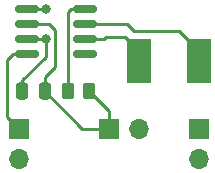
<source format=gbr>
%TF.GenerationSoftware,KiCad,Pcbnew,(6.0.5-0)*%
%TF.CreationDate,2022-10-30T23:15:49-07:00*%
%TF.ProjectId,teensy-4-can1,7465656e-7379-42d3-942d-63616e312e6b,rev?*%
%TF.SameCoordinates,PX8a12ae0PY695f190*%
%TF.FileFunction,Copper,L1,Top*%
%TF.FilePolarity,Positive*%
%FSLAX46Y46*%
G04 Gerber Fmt 4.6, Leading zero omitted, Abs format (unit mm)*
G04 Created by KiCad (PCBNEW (6.0.5-0)) date 2022-10-30 23:15:49*
%MOMM*%
%LPD*%
G01*
G04 APERTURE LIST*
G04 Aperture macros list*
%AMRoundRect*
0 Rectangle with rounded corners*
0 $1 Rounding radius*
0 $2 $3 $4 $5 $6 $7 $8 $9 X,Y pos of 4 corners*
0 Add a 4 corners polygon primitive as box body*
4,1,4,$2,$3,$4,$5,$6,$7,$8,$9,$2,$3,0*
0 Add four circle primitives for the rounded corners*
1,1,$1+$1,$2,$3*
1,1,$1+$1,$4,$5*
1,1,$1+$1,$6,$7*
1,1,$1+$1,$8,$9*
0 Add four rect primitives between the rounded corners*
20,1,$1+$1,$2,$3,$4,$5,0*
20,1,$1+$1,$4,$5,$6,$7,0*
20,1,$1+$1,$6,$7,$8,$9,0*
20,1,$1+$1,$8,$9,$2,$3,0*%
G04 Aperture macros list end*
%TA.AperFunction,SMDPad,CuDef*%
%ADD10RoundRect,0.250000X-0.262500X-0.450000X0.262500X-0.450000X0.262500X0.450000X-0.262500X0.450000X0*%
%TD*%
%TA.AperFunction,SMDPad,CuDef*%
%ADD11R,2.000000X3.800000*%
%TD*%
%TA.AperFunction,SMDPad,CuDef*%
%ADD12RoundRect,0.250000X-0.250000X-0.475000X0.250000X-0.475000X0.250000X0.475000X-0.250000X0.475000X0*%
%TD*%
%TA.AperFunction,ComponentPad*%
%ADD13R,1.700000X1.700000*%
%TD*%
%TA.AperFunction,ComponentPad*%
%ADD14O,1.700000X1.700000*%
%TD*%
%TA.AperFunction,SMDPad,CuDef*%
%ADD15RoundRect,0.150000X-0.825000X-0.150000X0.825000X-0.150000X0.825000X0.150000X-0.825000X0.150000X0*%
%TD*%
%TA.AperFunction,ViaPad*%
%ADD16C,0.800000*%
%TD*%
%TA.AperFunction,Conductor*%
%ADD17C,0.254000*%
%TD*%
G04 APERTURE END LIST*
D10*
%TO.P,R1,1*%
%TO.N,N/C*%
X5437500Y37465000D03*
%TO.P,R1,2*%
X7262500Y37465000D03*
%TD*%
D11*
%TO.P,REF\u002A\u002A,1*%
%TO.N,N/C*%
X11430000Y40005000D03*
%TD*%
%TO.P,REF\u002A\u002A,1*%
%TO.N,N/C*%
X16510000Y40005000D03*
%TD*%
D12*
%TO.P,C1,1*%
%TO.N,N/C*%
X1590000Y37465000D03*
%TO.P,C1,2*%
X3490000Y37465000D03*
%TD*%
D13*
%TO.P,REF\u002A\u002A,1*%
%TO.N,N/C*%
X8890000Y34290000D03*
D14*
%TO.P,REF\u002A\u002A,2*%
X11430000Y34290000D03*
%TD*%
D13*
%TO.P,REF\u002A\u002A,1*%
%TO.N,N/C*%
X16510000Y34290000D03*
D14*
%TO.P,REF\u002A\u002A,2*%
X16510000Y31750000D03*
%TD*%
D13*
%TO.P,REF\u002A\u002A,1*%
%TO.N,N/C*%
X1270000Y34290000D03*
D14*
%TO.P,REF\u002A\u002A,2*%
X1270000Y31750000D03*
%TD*%
D15*
%TO.P,U1,1*%
%TO.N,N/C*%
X1970000Y44450000D03*
%TO.P,U1,2*%
X1970000Y43180000D03*
%TO.P,U1,3*%
X1970000Y41910000D03*
%TO.P,U1,4*%
X1970000Y40640000D03*
%TO.P,U1,5*%
X6920000Y40640000D03*
%TO.P,U1,6*%
X6920000Y41910000D03*
%TO.P,U1,7*%
X6920000Y43180000D03*
%TO.P,U1,8*%
X6920000Y44450000D03*
%TD*%
D16*
%TO.N,*%
X3556000Y44450000D03*
X3556000Y41910000D03*
%TD*%
D17*
%TO.N,*%
X16510000Y40005000D02*
X16510000Y40894000D01*
X14859000Y42545000D02*
X11049000Y42545000D01*
X10414000Y43180000D02*
X6920000Y43180000D01*
X16510000Y40894000D02*
X14859000Y42545000D01*
X11049000Y42545000D02*
X10414000Y43180000D01*
X10287000Y42037000D02*
X8636000Y42037000D01*
X11430000Y40005000D02*
X11430000Y40894000D01*
X11430000Y40894000D02*
X10287000Y42037000D01*
X8509000Y41910000D02*
X6920000Y41910000D01*
X8636000Y42037000D02*
X8509000Y41910000D01*
X1270000Y34290000D02*
X254000Y35306000D01*
X254000Y35306000D02*
X254000Y40132000D01*
X254000Y40132000D02*
X762000Y40640000D01*
X762000Y40640000D02*
X1970000Y40640000D01*
X3556000Y44450000D02*
X1970000Y44450000D01*
X5437500Y37465000D02*
X5437500Y44172500D01*
X5437500Y44172500D02*
X5715000Y44450000D01*
X5715000Y44450000D02*
X6920000Y44450000D01*
X7262500Y37465000D02*
X8890000Y35837500D01*
X8890000Y35837500D02*
X8890000Y34290000D01*
X3490000Y37465000D02*
X6665000Y34290000D01*
X6665000Y34290000D02*
X8890000Y34290000D01*
X1590000Y37465000D02*
X1590000Y38420000D01*
X1590000Y38420000D02*
X3556000Y40386000D01*
X3556000Y40386000D02*
X3556000Y41910000D01*
X1970000Y43180000D02*
X3810000Y43180000D01*
X3810000Y43180000D02*
X4318000Y42672000D01*
X4318000Y42672000D02*
X4318000Y39497000D01*
X4318000Y39497000D02*
X3490000Y38669000D01*
X3490000Y38669000D02*
X3490000Y37465000D01*
X1970000Y41910000D02*
X3556000Y41910000D01*
%TD*%
M02*

</source>
